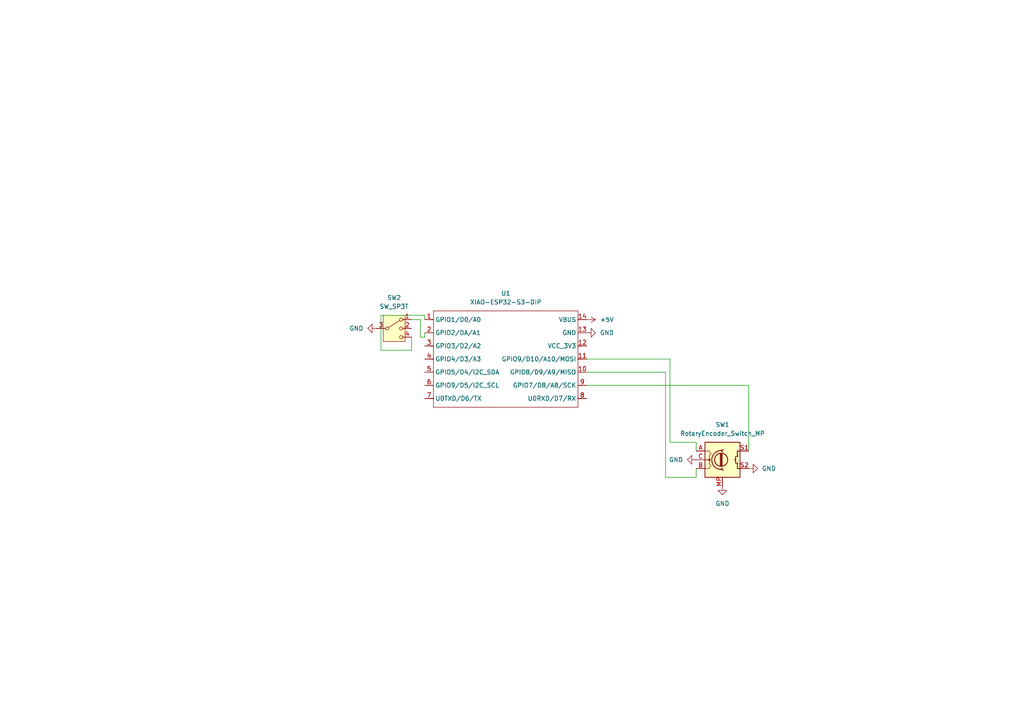
<source format=kicad_sch>
(kicad_sch (version 20250114) (generator "eeschema") (generator_version "9.0")
  (paper "A4")
  (lib_symbols
    (symbol "Device:RotaryEncoder_Switch_MP" (pin_names (offset 0.254) (hide yes))
      (property "Reference" "SW" (at 0 8.89 0))
      (property "Value" "RotaryEncoder_Switch_MP" (at 0 6.35 0))
      (symbol "RotaryEncoder_Switch_MP_0_1"
        (rectangle (start -5.08 5.08) (end 5.08 -5.08) (stroke (width 0.254)) (fill (type background)))
        (polyline (pts (xy -5.08 2.54) (xy -3.81 2.54) (xy -3.81 2.032)))
        (polyline (pts (xy -5.08 0) (xy -3.81 0) (xy -3.81 -1.016) (xy -3.302 -2.032)))
        (polyline (pts (xy -5.08 -2.54) (xy -3.81 -2.54) (xy -3.81 -2.032)))
        (polyline (pts (xy -4.318 0) (xy -3.81 0) (xy -3.81 1.016) (xy -3.302 2.032)))
        (circle (center -3.81 0) (radius 0.254) (fill (type outline)))
        (polyline (pts (xy -0.635 -1.778) (xy -0.635 1.778)) (stroke (width 0.254)))
        (circle (center -0.381 0) (radius 1.905) (stroke (width 0.254)))
        (polyline (pts (xy -0.381 -1.778) (xy -0.381 1.778)) (stroke (width 0.254)))
        (arc (start -0.381 -2.794) (mid -3.0988 -0.0635) (end -0.381 2.667) (stroke (width 0.254)))
        (polyline (pts (xy -0.127 1.778) (xy -0.127 -1.778)) (stroke (width 0.254)))
        (polyline (pts (xy 0.254 2.921) (xy -0.508 2.667) (xy 0.127 2.286)) (stroke (width 0.254)))
        (polyline (pts (xy 0.254 -3.048) (xy -0.508 -2.794) (xy 0.127 -2.413)) (stroke (width 0.254)))
        (polyline (pts (xy 3.81 1.016) (xy 3.81 -1.016)) (stroke (width 0.254)))
        (polyline (pts (xy 3.81 0) (xy 3.429 0)) (stroke (width 0.254)))
        (circle (center 4.318 1.016) (radius 0.127) (stroke (width 0.254)))
        (circle (center 4.318 -1.016) (radius 0.127) (stroke (width 0.254)))
        (polyline (pts (xy 5.08 2.54) (xy 4.318 2.54) (xy 4.318 1.016)) (stroke (width 0.254)))
        (polyline (pts (xy 5.08 -2.54) (xy 4.318 -2.54) (xy 4.318 -1.016)) (stroke (width 0.254)))
      )
      (symbol "RotaryEncoder_Switch_MP_1_1"
        (pin passive line (at -7.62 2.54 0) (length 2.54) (name "A") (number "A"))
        (pin passive line (at -7.62 0 0) (length 2.54) (name "C") (number "C"))
        (pin passive line (at -7.62 -2.54 0) (length 2.54) (name "B") (number "B"))
        (pin passive line (at 0 -7.62 90) (length 2.54) (name "MP") (number "MP"))
        (pin passive line (at 7.62 2.54 180) (length 2.54) (name "S1") (number "S1"))
        (pin passive line (at 7.62 -2.54 180) (length 2.54) (name "S2") (number "S2"))
      )
    )
    (symbol "OPL:XIAO-ESP32-S3-DIP"
      (property "Reference" "U" (at 1.27 0.508 0))
      (property "Value" "XIAO-ESP32-S3-DIP" (at 9.652 -1.778 0))
      (symbol "XIAO-ESP32-S3-DIP_1_0"
        (polyline (pts (xy 0 -2.54) (xy 41.91 -2.54)) (stroke (width 0.1524)))
        (polyline (pts (xy 0 -5.08) (xy -1.27 -5.08)) (stroke (width 0.1524)))
        (polyline (pts (xy 0 -5.08) (xy 0 -2.54)) (stroke (width 0.1524)))
        (polyline (pts (xy 0 -8.89) (xy -1.27 -8.89)) (stroke (width 0.1524)))
        (polyline (pts (xy 0 -8.89) (xy 0 -5.08)) (stroke (width 0.1524)))
        (polyline (pts (xy 0 -12.7) (xy -1.27 -12.7)) (stroke (width 0.1524)))
        (polyline (pts (xy 0 -12.7) (xy 0 -8.89)) (stroke (width 0.1524)))
        (polyline (pts (xy 0 -16.51) (xy -1.27 -16.51)) (stroke (width 0.1524)))
        (polyline (pts (xy 0 -16.51) (xy 0 -12.7)) (stroke (width 0.1524)))
        (polyline (pts (xy 0 -20.32) (xy -1.27 -20.32)) (stroke (width 0.1524)))
        (polyline (pts (xy 0 -24.13) (xy -1.27 -24.13)) (stroke (width 0.1524)))
        (polyline (pts (xy 0 -27.94) (xy -1.27 -27.94)) (stroke (width 0.1524)))
        (polyline (pts (xy 0 -30.48) (xy 0 -16.51)) (stroke (width 0.1524)))
        (polyline (pts (xy 41.91 -2.54) (xy 41.91 -5.08)) (stroke (width 0.1524)))
        (polyline (pts (xy 41.91 -5.08) (xy 41.91 -8.89)) (stroke (width 0.1524)))
        (polyline (pts (xy 41.91 -8.89) (xy 41.91 -12.7)) (stroke (width 0.1524)))
        (polyline (pts (xy 41.91 -12.7) (xy 41.91 -30.48)) (stroke (width 0.1524)))
        (polyline (pts (xy 41.91 -30.48) (xy 0 -30.48)) (stroke (width 0.1524)))
        (polyline (pts (xy 43.18 -5.08) (xy 41.91 -5.08)) (stroke (width 0.1524)))
        (polyline (pts (xy 43.18 -8.89) (xy 41.91 -8.89)) (stroke (width 0.1524)))
        (polyline (pts (xy 43.18 -12.7) (xy 41.91 -12.7)) (stroke (width 0.1524)))
        (polyline (pts (xy 43.18 -16.51) (xy 41.91 -16.51)) (stroke (width 0.1524)))
        (polyline (pts (xy 43.18 -20.32) (xy 41.91 -20.32)) (stroke (width 0.1524)))
        (polyline (pts (xy 43.18 -24.13) (xy 41.91 -24.13)) (stroke (width 0.1524)))
        (polyline (pts (xy 43.18 -27.94) (xy 41.91 -27.94)) (stroke (width 0.1524)))
        (pin passive line (at -2.54 -5.08 0) (length 2.54) (name "GPIO1/D0/A0") (number "1"))
        (pin passive line (at -2.54 -8.89 0) (length 2.54) (name "GPIO2/DA/A1") (number "2"))
        (pin passive line (at -2.54 -12.7 0) (length 2.54) (name "GPIO3/D2/A2") (number "3"))
        (pin passive line (at -2.54 -16.51 0) (length 2.54) (name "GPIO4/D3/A3") (number "4"))
        (pin passive line (at -2.54 -20.32 0) (length 2.54) (name "GPIO5/D4/I2C_SDA") (number "5"))
        (pin passive line (at -2.54 -24.13 0) (length 2.54) (name "GPIO9/D5/I2C_SCL") (number "6"))
        (pin passive line (at -2.54 -27.94 0) (length 2.54) (name "U0TXD/D6/TX") (number "7"))
        (pin passive line (at 44.45 -5.08 180) (length 2.54) (name "VBUS") (number "14"))
        (pin passive line (at 44.45 -8.89 180) (length 2.54) (name "GND") (number "13"))
        (pin passive line (at 44.45 -12.7 180) (length 2.54) (name "VCC_3V3") (number "12"))
        (pin passive line (at 44.45 -16.51 180) (length 2.54) (name "GPIO9/D10/A10/MOSI") (number "11"))
        (pin passive line (at 44.45 -20.32 180) (length 2.54) (name "GPIO8/D9/A9/MISO") (number "10"))
        (pin passive line (at 44.45 -24.13 180) (length 2.54) (name "GPIO7/D8/A8/SCK") (number "9"))
        (pin passive line (at 44.45 -27.94 180) (length 2.54) (name "U0RXD/D7/RX") (number "8"))
      )
    )
    (symbol "Switch:SW_SP3T" (pin_names (offset 0) (hide yes))
      (property "Reference" "SW" (at 0 5.08 0))
      (property "Value" "SW_SP3T" (at 0 -5.08 0))
      (symbol "SW_SP3T_0_1"
        (circle (center -2.032 0) (radius 0.4572))
        (polyline (pts (xy -1.651 0.254) (xy 1.651 2.286)))
        (circle (center 2.032 2.54) (radius 0.4572))
        (circle (center 2.032 0) (radius 0.4572))
        (circle (center 2.032 -2.54) (radius 0.4572))
      )
      (symbol "SW_SP3T_1_1"
        (rectangle (start -3.175 3.81) (end 3.175 -3.81) (fill (type background)))
        (pin passive line (at -5.08 0 0) (length 2.54) (name "3") (number "3"))
        (pin passive line (at 5.08 2.54 180) (length 2.54) (name "1") (number "1"))
        (pin passive line (at 5.08 0 180) (length 2.54) (name "2") (number "2"))
        (pin passive line (at 5.08 -2.54 180) (length 2.54) (name "4") (number "4"))
      )
    )
    (symbol "power:+5V" (power) (pin_numbers (hide yes)) (pin_names (offset 0) (hide yes))
      (property "Value" "+5V" (at 0 3.556 0))
      (symbol "+5V_0_1"
        (polyline (pts (xy -0.762 1.27) (xy 0 2.54)))
        (polyline (pts (xy 0 2.54) (xy 0.762 1.27)))
        (polyline (pts (xy 0 0) (xy 0 2.54)))
      )
      (symbol "+5V_1_1"
        (pin power_in line (at 0 0 90) (length 0) (name "~") (number "1"))
      )
    )
    (symbol "power:GND" (power) (pin_numbers (hide yes)) (pin_names (offset 0) (hide yes))
      (property "Value" "GND" (at 0 -3.81 0))
      (symbol "GND_0_1"
        (polyline (pts (xy 0 0) (xy 0 -1.27) (xy 1.27 -1.27) (xy 0 -2.54) (xy -1.27 -1.27) (xy 0 -1.27)))
      )
      (symbol "GND_1_1"
        (pin power_in line (at 0 0 270) (length 0) (name "~") (number "1"))
      )
    )
  )
  (wire (pts (xy 217.17 111.76) (xy 170.18 111.76)))
  (wire (pts (xy 121.92 92.71) (xy 121.92 97.79)))
  (wire (pts (xy 119.38 101.6) (xy 119.38 97.79)))
  (wire (pts (xy 194.31 128.27) (xy 194.31 104.14)))
  (wire (pts (xy 123.19 92.71) (xy 123.19 91.44)))
  (wire (pts (xy 201.93 130.81) (xy 201.93 128.27)))
  (wire (pts (xy 123.19 91.44) (xy 110.49 91.44)))
  (wire (pts (xy 194.31 104.14) (xy 170.18 104.14)))
  (wire (pts (xy 201.93 138.43) (xy 201.93 135.89)))
  (wire (pts (xy 193.04 138.43) (xy 201.93 138.43)))
  (wire (pts (xy 119.38 92.71) (xy 121.92 92.71)))
  (wire (pts (xy 110.49 101.6) (xy 119.38 101.6)))
  (wire (pts (xy 121.92 97.79) (xy 123.19 97.79)))
  (wire (pts (xy 110.49 91.44) (xy 110.49 101.6)))
  (wire (pts (xy 193.04 138.43) (xy 193.04 107.95)))
  (wire (pts (xy 193.04 107.95) (xy 170.18 107.95)))
  (wire (pts (xy 201.93 128.27) (xy 194.31 128.27)))
  (wire (pts (xy 217.17 130.81) (xy 217.17 111.76)))
  (wire (pts (xy 123.19 97.79) (xy 123.19 96.52)))
  (symbol (lib_id "power:+5V") (at 170.18 92.71 270) (unit 1)
    (property "Reference" "#PWR04" (effects (hide yes)))
    (property "Value" "+5V" (at 173.99 92.7099 90) (effects (justify left)))
    (property "Description" "Power symbol creates a global label with name \"+5V\"" (effects (hide yes)))
  )
  (symbol (lib_id "power:GND") (at 201.93 133.35 270) (unit 1)
    (property "Reference" "#PWR05" (effects (hide yes)))
    (property "Value" "GND" (at 198.12 133.3499 90) (effects (justify right)))
    (property "Description" "Power symbol creates a global label with name \"GND\" , ground" (effects (hide yes)))
  )
  (symbol (lib_id "power:GND") (at 217.17 135.89 90) (unit 1)
    (property "Reference" "#PWR02" (effects (hide yes)))
    (property "Value" "GND" (at 220.98 135.8899 90) (effects (justify right)))
    (property "Description" "Power symbol creates a global label with name \"GND\" , ground" (effects (hide yes)))
  )
  (symbol (lib_id "Device:RotaryEncoder_Switch_MP") (at 209.55 133.35 0) (unit 1)
    (property "Reference" "SW1" (at 209.55 123.19 0))
    (property "Value" "RotaryEncoder_Switch_MP" (at 209.55 125.73 0))
    (property "Footprint" "Rotary_Encoder:RotaryEncoder_Alps_EC11E-Switch_Vertical_H20mm" (effects (hide yes)))
    (property "Description" "Rotary encoder, dual channel, incremental quadrate outputs, with switch and MP Pin" (effects (hide yes)))
  )
  (symbol (lib_id "power:GND") (at 209.55 140.97 0) (unit 1)
    (property "Reference" "#PWR06" (effects (hide yes)))
    (property "Value" "GND" (at 209.55 146.05 0))
    (property "Description" "Power symbol creates a global label with name \"GND\" , ground" (effects (hide yes)))
  )
  (symbol (lib_id "power:GND") (at 109.22 95.25 270) (unit 1)
    (property "Reference" "#PWR03" (effects (hide yes)))
    (property "Value" "GND" (at 105.41 95.2499 90) (effects (justify right)))
    (property "Description" "Power symbol creates a global label with name \"GND\" , ground" (effects (hide yes)))
  )
  (symbol (lib_id "power:GND") (at 170.18 96.52 90) (unit 1)
    (property "Reference" "#PWR01" (effects (hide yes)))
    (property "Value" "GND" (at 173.99 96.5199 90) (effects (justify right)))
    (property "Description" "Power symbol creates a global label with name \"GND\" , ground" (effects (hide yes)))
  )
  (symbol (lib_id "Switch:SW_SP3T") (at 114.3 95.25 0) (unit 1)
    (property "Reference" "SW2" (at 114.3 86.36 0))
    (property "Value" "SW_SP3T" (at 114.3 88.9 0))
    (property "Footprint" "Button_Switch_SMD:SW_SP3T_PCM13" (effects (hide yes)))
    (property "Description" "Switch, three position, single pole triple throw, 3 position switch, SP3T" (effects (hide yes)))
  )
  (symbol (lib_id "OPL:XIAO-ESP32-S3-DIP") (at 125.73 87.63 0) (unit 1)
    (property "Reference" "U1" (at 146.685 85.09 0))
    (property "Value" "XIAO-ESP32-S3-DIP" (at 146.685 87.63 0))
    (property "Footprint" "OPL:XIAO-ESP32S3-DIP" (effects (hide yes)))
  )
)
</source>
